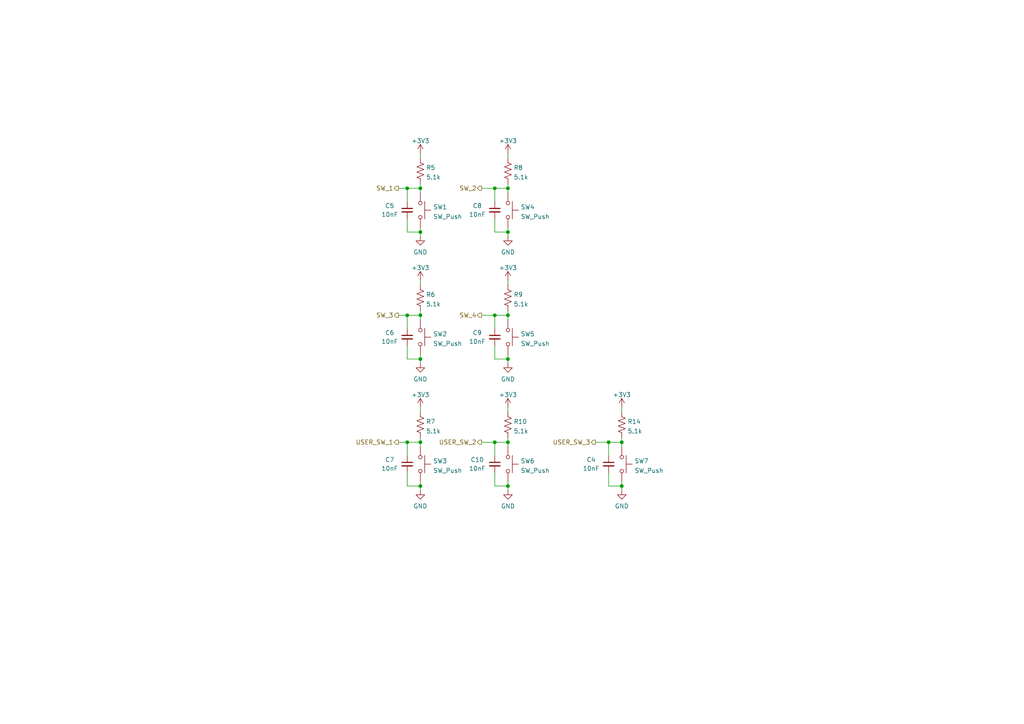
<source format=kicad_sch>
(kicad_sch (version 20211123) (generator eeschema)
  (paper "A4")
  (title_block (title "Button Interfaces") (date "2022-08-27") (rev "1.0") (company "AUTHOR: Sahil Kale"))
  (lib_symbols
    (symbol "Device:C_Small" (pin_numbers hide) (pin_names (offset 0.254) hide)
      (property "Reference" "C" (at 0.254 1.778 0))
      (property "Value" "C_Small" (at 0.254 -2.032 0))
      (symbol "C_Small_0_1"
        (polyline (pts (xy -1.524 -0.508) (xy 1.524 -0.508)) (stroke (width 0.3302)))
        (polyline (pts (xy -1.524 0.508) (xy 1.524 0.508)) (stroke (width 0.3048)))
      )
      (symbol "C_Small_1_1"
        (pin passive line (at 0 2.54 270) (length 2.032) (name "~") (number "1"))
        (pin passive line (at 0 -2.54 90) (length 2.032) (name "~") (number "2"))
      )
    )
    (symbol "Device:R_US" (pin_numbers hide) (pin_names (offset 0))
      (property "Reference" "R" (at 2.54 0 90))
      (property "Value" "R_US" (at -2.54 0 90))
      (symbol "R_US_0_1"
        (polyline (pts (xy 0 -2.286) (xy 0 -2.54)))
        (polyline (pts (xy 0 2.286) (xy 0 2.54)))
        (polyline (pts (xy 0 -0.762) (xy 1.016 -1.143) (xy 0 -1.524) (xy -1.016 -1.905) (xy 0 -2.286)))
        (polyline (pts (xy 0 0.762) (xy 1.016 0.381) (xy 0 0) (xy -1.016 -0.381) (xy 0 -0.762)))
        (polyline (pts (xy 0 2.286) (xy 1.016 1.905) (xy 0 1.524) (xy -1.016 1.143) (xy 0 0.762)))
      )
      (symbol "R_US_1_1"
        (pin passive line (at 0 3.81 270) (length 1.27) (name "~") (number "1"))
        (pin passive line (at 0 -3.81 90) (length 1.27) (name "~") (number "2"))
      )
    )
    (symbol "Switch:SW_Push" (pin_numbers hide) (pin_names (offset 1.016) hide)
      (property "Reference" "SW" (at 1.27 2.54 0))
      (property "Value" "SW_Push" (at 0 -1.524 0))
      (symbol "SW_Push_0_1"
        (circle (center -2.032 0) (radius 0.508))
        (polyline (pts (xy 0 1.27) (xy 0 3.048)))
        (polyline (pts (xy 2.54 1.27) (xy -2.54 1.27)))
        (circle (center 2.032 0) (radius 0.508))
        (pin passive line (at -5.08 0 0) (length 2.54) (name "1") (number "1"))
        (pin passive line (at 5.08 0 180) (length 2.54) (name "2") (number "2"))
      )
    )
    (symbol "power:+3V3" (power) (pin_names (offset 0))
      (property "Value" "+3V3" (at 0 3.556 0))
      (symbol "+3V3_0_1"
        (polyline (pts (xy -0.762 1.27) (xy 0 2.54)))
        (polyline (pts (xy 0 0) (xy 0 2.54)))
        (polyline (pts (xy 0 2.54) (xy 0.762 1.27)))
      )
      (symbol "+3V3_1_1"
        (pin power_in line (at 0 0 90) (length 0) hide (name "+3V3") (number "1"))
      )
    )
    (symbol "power:GND" (power) (pin_names (offset 0))
      (property "Value" "GND" (at 0 -3.81 0))
      (symbol "GND_0_1"
        (polyline (pts (xy 0 0) (xy 0 -1.27) (xy 1.27 -1.27) (xy 0 -2.54) (xy -1.27 -1.27) (xy 0 -1.27)))
      )
      (symbol "GND_1_1"
        (pin power_in line (at 0 0 270) (length 0) hide (name "GND") (number "1"))
      )
    )
  )
  (junction (at 176.53 128.27))
  (junction (at 143.51 91.44))
  (junction (at 118.11 54.61))
  (junction (at 143.51 128.27))
  (junction (at 147.32 54.61))
  (junction (at 147.32 140.97))
  (junction (at 118.11 128.27))
  (junction (at 121.92 104.14))
  (junction (at 143.51 54.61))
  (junction (at 180.34 140.97))
  (junction (at 147.32 104.14))
  (junction (at 118.11 91.44))
  (junction (at 147.32 128.27))
  (junction (at 147.32 91.44))
  (junction (at 147.32 67.31))
  (junction (at 121.92 67.31))
  (junction (at 121.92 54.61))
  (junction (at 180.34 128.27))
  (junction (at 121.92 140.97))
  (junction (at 121.92 128.27))
  (junction (at 121.92 91.44))
  (wire (pts (xy 121.92 81.28) (xy 121.92 82.55)))
  (wire (pts (xy 118.11 128.27) (xy 121.92 128.27)))
  (wire (pts (xy 176.53 140.97) (xy 180.34 140.97)))
  (wire (pts (xy 121.92 102.87) (xy 121.92 104.14)))
  (wire (pts (xy 180.34 139.7) (xy 180.34 140.97)))
  (wire (pts (xy 147.32 104.14) (xy 147.32 105.41)))
  (wire (pts (xy 118.11 58.42) (xy 118.11 54.61)))
  (wire (pts (xy 143.51 100.33) (xy 143.51 104.14)))
  (wire (pts (xy 121.92 140.97) (xy 121.92 142.24)))
  (wire (pts (xy 118.11 100.33) (xy 118.11 104.14)))
  (wire (pts (xy 118.11 132.08) (xy 118.11 128.27)))
  (wire (pts (xy 118.11 95.25) (xy 118.11 91.44)))
  (wire (pts (xy 147.32 91.44) (xy 147.32 92.71)))
  (wire (pts (xy 143.51 128.27) (xy 147.32 128.27)))
  (wire (pts (xy 147.32 102.87) (xy 147.32 104.14)))
  (wire (pts (xy 121.92 90.17) (xy 121.92 91.44)))
  (wire (pts (xy 147.32 53.34) (xy 147.32 54.61)))
  (wire (pts (xy 147.32 44.45) (xy 147.32 45.72)))
  (wire (pts (xy 118.11 54.61) (xy 121.92 54.61)))
  (wire (pts (xy 121.92 118.11) (xy 121.92 119.38)))
  (wire (pts (xy 121.92 66.04) (xy 121.92 67.31)))
  (wire (pts (xy 139.7 54.61) (xy 143.51 54.61)))
  (wire (pts (xy 147.32 90.17) (xy 147.32 91.44)))
  (wire (pts (xy 121.92 54.61) (xy 121.92 55.88)))
  (wire (pts (xy 143.51 58.42) (xy 143.51 54.61)))
  (wire (pts (xy 180.34 128.27) (xy 180.34 129.54)))
  (wire (pts (xy 147.32 127) (xy 147.32 128.27)))
  (wire (pts (xy 147.32 140.97) (xy 147.32 142.24)))
  (wire (pts (xy 143.51 137.16) (xy 143.51 140.97)))
  (wire (pts (xy 172.72 128.27) (xy 176.53 128.27)))
  (wire (pts (xy 143.51 54.61) (xy 147.32 54.61)))
  (wire (pts (xy 121.92 53.34) (xy 121.92 54.61)))
  (wire (pts (xy 143.51 63.5) (xy 143.51 67.31)))
  (wire (pts (xy 121.92 44.45) (xy 121.92 45.72)))
  (wire (pts (xy 115.57 91.44) (xy 118.11 91.44)))
  (wire (pts (xy 121.92 127) (xy 121.92 128.27)))
  (wire (pts (xy 121.92 128.27) (xy 121.92 129.54)))
  (wire (pts (xy 147.32 54.61) (xy 147.32 55.88)))
  (wire (pts (xy 143.51 140.97) (xy 147.32 140.97)))
  (wire (pts (xy 121.92 91.44) (xy 121.92 92.71)))
  (wire (pts (xy 139.7 128.27) (xy 143.51 128.27)))
  (wire (pts (xy 115.57 128.27) (xy 118.11 128.27)))
  (wire (pts (xy 118.11 91.44) (xy 121.92 91.44)))
  (wire (pts (xy 118.11 137.16) (xy 118.11 140.97)))
  (wire (pts (xy 147.32 81.28) (xy 147.32 82.55)))
  (wire (pts (xy 180.34 140.97) (xy 180.34 142.24)))
  (wire (pts (xy 121.92 104.14) (xy 121.92 105.41)))
  (wire (pts (xy 176.53 128.27) (xy 180.34 128.27)))
  (wire (pts (xy 115.57 54.61) (xy 118.11 54.61)))
  (wire (pts (xy 143.51 132.08) (xy 143.51 128.27)))
  (wire (pts (xy 121.92 139.7) (xy 121.92 140.97)))
  (wire (pts (xy 180.34 127) (xy 180.34 128.27)))
  (wire (pts (xy 139.7 91.44) (xy 143.51 91.44)))
  (wire (pts (xy 143.51 67.31) (xy 147.32 67.31)))
  (wire (pts (xy 121.92 67.31) (xy 121.92 68.58)))
  (wire (pts (xy 147.32 118.11) (xy 147.32 119.38)))
  (wire (pts (xy 180.34 118.11) (xy 180.34 119.38)))
  (wire (pts (xy 143.51 95.25) (xy 143.51 91.44)))
  (wire (pts (xy 147.32 67.31) (xy 147.32 68.58)))
  (wire (pts (xy 118.11 140.97) (xy 121.92 140.97)))
  (wire (pts (xy 176.53 137.16) (xy 176.53 140.97)))
  (wire (pts (xy 147.32 139.7) (xy 147.32 140.97)))
  (wire (pts (xy 147.32 128.27) (xy 147.32 129.54)))
  (wire (pts (xy 176.53 132.08) (xy 176.53 128.27)))
  (wire (pts (xy 118.11 104.14) (xy 121.92 104.14)))
  (wire (pts (xy 143.51 91.44) (xy 147.32 91.44)))
  (wire (pts (xy 143.51 104.14) (xy 147.32 104.14)))
  (wire (pts (xy 118.11 67.31) (xy 121.92 67.31)))
  (wire (pts (xy 147.32 66.04) (xy 147.32 67.31)))
  (wire (pts (xy 118.11 63.5) (xy 118.11 67.31)))
  (hierarchical_label "USER_SW_1" (shape output) (at 115.57 128.27 180))
  (hierarchical_label "SW_4" (shape output) (at 139.7 91.44 180))
  (hierarchical_label "SW_2" (shape output) (at 139.7 54.61 180))
  (hierarchical_label "USER_SW_2" (shape output) (at 139.7 128.27 180))
  (hierarchical_label "SW_1" (shape output) (at 115.57 54.61 180))
  (hierarchical_label "USER_SW_3" (shape output) (at 172.72 128.27 180))
  (hierarchical_label "SW_3" (shape output) (at 115.57 91.44 180))
  (symbol (lib_id "Device:C_Small") (at 143.51 60.96 0) (unit 1)
    (property "Reference" "C8" (at 138.43 59.69 0))
    (property "Value" "10nF" (at 138.43 62.23 0))
    (property "Footprint" "Capacitor_SMD:C_0603_1608Metric_Pad1.08x0.95mm_HandSolder" (effects hide))
    (property "Digikey Part Number" "1292-1386-1-ND" (effects hide))
  )
  (symbol (lib_id "power:GND") (at 121.92 142.24 0) (unit 1)
    (property "Reference" "#PWR0132" (effects hide))
    (property "Value" "GND" (at 121.92 146.8025 0))
  )
  (symbol (lib_id "Switch:SW_Push") (at 147.32 60.96 270) (unit 1)
    (property "Reference" "SW4" (at 151.003 60.0515 90) (effects (justify left)))
    (property "Value" "SW_Push" (at 151.003 62.8266 90) (effects (justify left)))
    (property "Footprint" "Button_Switch_SMD:SW_Push_1P1T_NO_6x6mm_H9.5mm" (effects hide))
    (property "Digikey Part Number" "360-2595-1-ND" (effects hide))
  )
  (symbol (lib_id "Device:C_Small") (at 143.51 97.79 0) (unit 1)
    (property "Reference" "C9" (at 138.43 96.52 0))
    (property "Value" "10nF" (at 138.43 99.06 0))
    (property "Footprint" "Capacitor_SMD:C_0603_1608Metric_Pad1.08x0.95mm_HandSolder" (effects hide))
    (property "Digikey Part Number" "1292-1386-1-ND" (effects hide))
  )
  (symbol (lib_id "Device:R_US") (at 121.92 49.53 0) (unit 1)
    (property "Reference" "R5" (at 123.571 48.6215 0) (effects (justify left)))
    (property "Value" "5.1k" (at 123.571 51.3966 0) (effects (justify left)))
    (property "Footprint" "Resistor_SMD:R_0603_1608Metric_Pad0.98x0.95mm_HandSolder" (effects hide))
    (property "Digikey Part Number" "RMCF0603JT5K10CT-ND" (effects hide))
  )
  (symbol (lib_id "power:GND") (at 121.92 105.41 0) (unit 1)
    (property "Reference" "#PWR0127" (effects hide))
    (property "Value" "GND" (at 121.92 109.9725 0))
  )
  (symbol (lib_id "power:GND") (at 147.32 105.41 0) (unit 1)
    (property "Reference" "#PWR0126" (effects hide))
    (property "Value" "GND" (at 147.32 109.9725 0))
  )
  (symbol (lib_id "power:+3V3") (at 121.92 118.11 0) (unit 1)
    (property "Reference" "#PWR0130" (effects hide))
    (property "Value" "+3V3" (at 121.92 114.5055 0))
  )
  (symbol (lib_id "Switch:SW_Push") (at 147.32 134.62 270) (unit 1)
    (property "Reference" "SW6" (at 151.003 133.7115 90) (effects (justify left)))
    (property "Value" "SW_Push" (at 151.003 136.4866 90) (effects (justify left)))
    (property "Footprint" "Button_Switch_SMD:SW_Push_1P1T_NO_6x6mm_H9.5mm" (effects hide))
    (property "Digikey Part Number" "360-2595-1-ND" (effects hide))
  )
  (symbol (lib_id "Device:R_US") (at 147.32 123.19 0) (unit 1)
    (property "Reference" "R10" (at 148.971 122.2815 0) (effects (justify left)))
    (property "Value" "5.1k" (at 148.971 125.0566 0) (effects (justify left)))
    (property "Footprint" "Resistor_SMD:R_0603_1608Metric_Pad0.98x0.95mm_HandSolder" (effects hide))
    (property "Digikey Part Number" "RMCF0603JT5K10CT-ND" (effects hide))
  )
  (symbol (lib_id "Device:R_US") (at 147.32 49.53 0) (unit 1)
    (property "Reference" "R8" (at 148.971 48.6215 0) (effects (justify left)))
    (property "Value" "5.1k" (at 148.971 51.3966 0) (effects (justify left)))
    (property "Footprint" "Resistor_SMD:R_0603_1608Metric_Pad0.98x0.95mm_HandSolder" (effects hide))
    (property "Digikey Part Number" "RMCF0603JT5K10CT-ND" (effects hide))
  )
  (symbol (lib_id "Device:R_US") (at 180.34 123.19 0) (unit 1)
    (property "Reference" "R14" (at 181.991 122.2815 0) (effects (justify left)))
    (property "Value" "5.1k" (at 181.991 125.0566 0) (effects (justify left)))
    (property "Footprint" "Resistor_SMD:R_0603_1608Metric_Pad0.98x0.95mm_HandSolder" (effects hide))
    (property "Digikey Part Number" "RMCF0603JT5K10CT-ND" (effects hide))
  )
  (symbol (lib_id "power:+3V3") (at 121.92 81.28 0) (unit 1)
    (property "Reference" "#PWR0134" (effects hide))
    (property "Value" "+3V3" (at 121.92 77.6755 0))
  )
  (symbol (lib_id "Device:C_Small") (at 176.53 134.62 0) (unit 1)
    (property "Reference" "C4" (at 171.45 133.35 0))
    (property "Value" "10nF" (at 171.45 135.89 0))
    (property "Footprint" "Capacitor_SMD:C_0603_1608Metric_Pad1.08x0.95mm_HandSolder" (effects hide))
    (property "Digikey Part Number" "1292-1386-1-ND" (effects hide))
  )
  (symbol (lib_id "Device:R_US") (at 147.32 86.36 0) (unit 1)
    (property "Reference" "R9" (at 148.971 85.4515 0) (effects (justify left)))
    (property "Value" "5.1k" (at 148.971 88.2266 0) (effects (justify left)))
    (property "Footprint" "Resistor_SMD:R_0603_1608Metric_Pad0.98x0.95mm_HandSolder" (effects hide))
    (property "Digikey Part Number" "RMCF0603JT5K10CT-ND" (effects hide))
  )
  (symbol (lib_id "Device:C_Small") (at 118.11 60.96 0) (unit 1)
    (property "Reference" "C5" (at 113.03 59.69 0))
    (property "Value" "10nF" (at 113.03 62.23 0))
    (property "Footprint" "Capacitor_SMD:C_0603_1608Metric_Pad1.08x0.95mm_HandSolder" (effects hide))
    (property "Digikey Part Number" "1292-1386-1-ND" (effects hide))
  )
  (symbol (lib_id "power:+3V3") (at 147.32 81.28 0) (unit 1)
    (property "Reference" "#PWR0135" (effects hide))
    (property "Value" "+3V3" (at 147.32 77.6755 0))
  )
  (symbol (lib_id "Device:R_US") (at 121.92 86.36 0) (unit 1)
    (property "Reference" "R6" (at 123.571 85.4515 0) (effects (justify left)))
    (property "Value" "5.1k" (at 123.571 88.2266 0) (effects (justify left)))
    (property "Footprint" "Resistor_SMD:R_0603_1608Metric_Pad0.98x0.95mm_HandSolder" (effects hide))
    (property "Digikey Part Number" "RMCF0603JT5K10CT-ND" (effects hide))
  )
  (symbol (lib_id "power:+3V3") (at 121.92 44.45 0) (unit 1)
    (property "Reference" "#PWR0128" (effects hide))
    (property "Value" "+3V3" (at 121.92 40.8455 0))
  )
  (symbol (lib_id "Device:C_Small") (at 118.11 97.79 0) (unit 1)
    (property "Reference" "C6" (at 113.03 96.52 0))
    (property "Value" "10nF" (at 113.03 99.06 0))
    (property "Footprint" "Capacitor_SMD:C_0603_1608Metric_Pad1.08x0.95mm_HandSolder" (effects hide))
    (property "Digikey Part Number" "1292-1386-1-ND" (effects hide))
  )
  (symbol (lib_id "Switch:SW_Push") (at 121.92 97.79 270) (unit 1)
    (property "Reference" "SW2" (at 125.603 96.8815 90) (effects (justify left)))
    (property "Value" "SW_Push" (at 125.603 99.6566 90) (effects (justify left)))
    (property "Footprint" "Button_Switch_SMD:SW_Push_1P1T_NO_6x6mm_H9.5mm" (effects hide))
    (property "Digikey Part Number" "360-2595-1-ND" (effects hide))
  )
  (symbol (lib_id "power:+3V3") (at 180.34 118.11 0) (unit 1)
    (property "Reference" "#PWR0123" (effects hide))
    (property "Value" "+3V3" (at 180.34 114.5055 0))
  )
  (symbol (lib_id "Switch:SW_Push") (at 121.92 60.96 270) (unit 1)
    (property "Reference" "SW1" (at 125.603 60.0515 90) (effects (justify left)))
    (property "Value" "SW_Push" (at 125.603 62.8266 90) (effects (justify left)))
    (property "Footprint" "Button_Switch_SMD:SW_Push_1P1T_NO_6x6mm_H9.5mm" (effects hide))
    (property "Digikey Part Number" "360-2595-1-ND" (effects hide))
  )
  (symbol (lib_id "Device:C_Small") (at 118.11 134.62 0) (unit 1)
    (property "Reference" "C7" (at 113.03 133.35 0))
    (property "Value" "10nF" (at 113.03 135.89 0))
    (property "Footprint" "Capacitor_SMD:C_0603_1608Metric_Pad1.08x0.95mm_HandSolder" (effects hide))
    (property "Digikey Part Number" "1292-1386-1-ND" (effects hide))
  )
  (symbol (lib_id "Switch:SW_Push") (at 147.32 97.79 270) (unit 1)
    (property "Reference" "SW5" (at 151.003 96.8815 90) (effects (justify left)))
    (property "Value" "SW_Push" (at 151.003 99.6566 90) (effects (justify left)))
    (property "Footprint" "Button_Switch_SMD:SW_Push_1P1T_NO_6x6mm_H9.5mm" (effects hide))
    (property "Digikey Part Number" "360-2595-1-ND" (effects hide))
  )
  (symbol (lib_id "power:+3V3") (at 147.32 44.45 0) (unit 1)
    (property "Reference" "#PWR0129" (effects hide))
    (property "Value" "+3V3" (at 147.32 40.8455 0))
  )
  (symbol (lib_id "power:+3V3") (at 147.32 118.11 0) (unit 1)
    (property "Reference" "#PWR0131" (effects hide))
    (property "Value" "+3V3" (at 147.32 114.5055 0))
  )
  (symbol (lib_id "power:GND") (at 147.32 142.24 0) (unit 1)
    (property "Reference" "#PWR0133" (effects hide))
    (property "Value" "GND" (at 147.32 146.8025 0))
  )
  (symbol (lib_id "power:GND") (at 121.92 68.58 0) (unit 1)
    (property "Reference" "#PWR0137" (effects hide))
    (property "Value" "GND" (at 121.92 73.1425 0))
  )
  (symbol (lib_id "Switch:SW_Push") (at 180.34 134.62 270) (unit 1)
    (property "Reference" "SW7" (at 184.023 133.7115 90) (effects (justify left)))
    (property "Value" "SW_Push" (at 184.023 136.4866 90) (effects (justify left)))
    (property "Footprint" "Button_Switch_SMD:SW_Push_1P1T_NO_6x6mm_H9.5mm" (effects hide))
    (property "Digikey Part Number" "360-2595-1-ND" (effects hide))
  )
  (symbol (lib_id "Device:C_Small") (at 143.51 134.62 0) (unit 1)
    (property "Reference" "C10" (at 138.43 133.35 0))
    (property "Value" "10nF" (at 138.43 135.89 0))
    (property "Footprint" "Capacitor_SMD:C_0603_1608Metric_Pad1.08x0.95mm_HandSolder" (effects hide))
    (property "Digikey Part Number" "1292-1386-1-ND" (effects hide))
  )
  (symbol (lib_id "Switch:SW_Push") (at 121.92 134.62 270) (unit 1)
    (property "Reference" "SW3" (at 125.603 133.7115 90) (effects (justify left)))
    (property "Value" "SW_Push" (at 125.603 136.4866 90) (effects (justify left)))
    (property "Footprint" "Button_Switch_SMD:SW_Push_1P1T_NO_6x6mm_H9.5mm" (effects hide))
    (property "Digikey Part Number" "360-2595-1-ND" (effects hide))
  )
  (symbol (lib_id "Device:R_US") (at 121.92 123.19 0) (unit 1)
    (property "Reference" "R7" (at 123.571 122.2815 0) (effects (justify left)))
    (property "Value" "5.1k" (at 123.571 125.0566 0) (effects (justify left)))
    (property "Footprint" "Resistor_SMD:R_0603_1608Metric_Pad0.98x0.95mm_HandSolder" (effects hide))
    (property "Digikey Part Number" "RMCF0603JT5K10CT-ND" (effects hide))
  )
  (symbol (lib_id "power:GND") (at 147.32 68.58 0) (unit 1)
    (property "Reference" "#PWR0136" (effects hide))
    (property "Value" "GND" (at 147.32 73.1425 0))
  )
  (symbol (lib_id "power:GND") (at 180.34 142.24 0) (unit 1)
    (property "Reference" "#PWR0124" (effects hide))
    (property "Value" "GND" (at 180.34 146.8025 0))
  )
)
</source>
